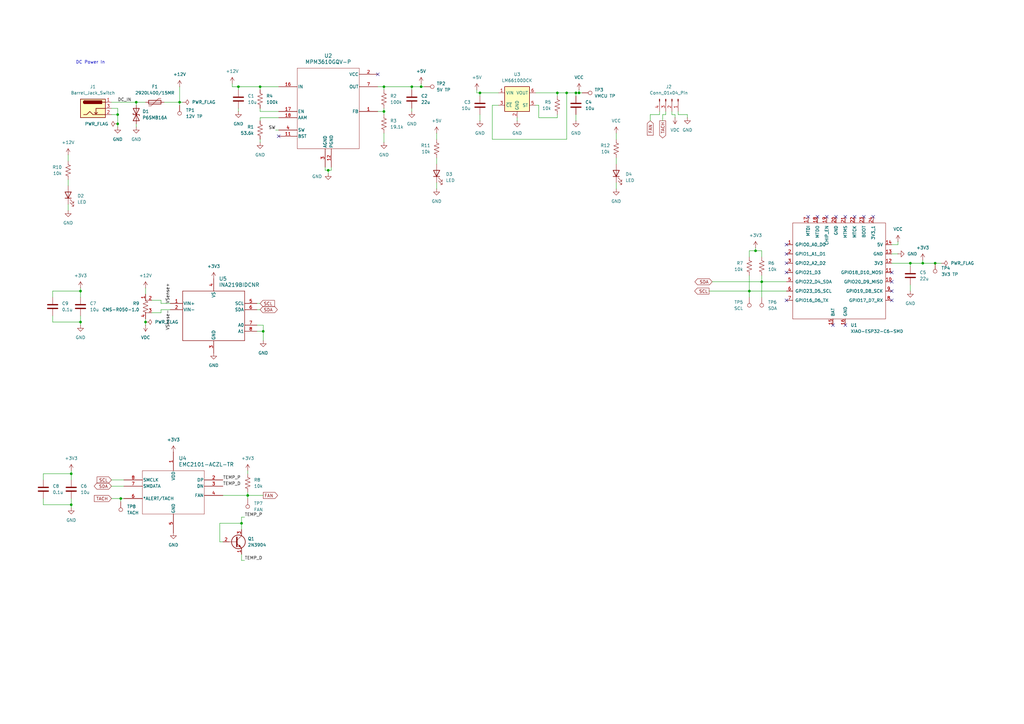
<source format=kicad_sch>
(kicad_sch (version 20250114) (generator "eeschema") (generator_version "9.0")
  (paper "A3")
  (title_block (title "Aeolus Controller") (date "2025-11-30") (comment 1 "SPDX-License-Identifier: Apache-2.0 WITH SHL-2.1"))
  (lib_symbols
    (symbol "Connector:Barrel_Jack_Switch" (pin_names (hide yes))
      (property "Reference" "J" (at 0 5.334 0))
      (property "Value" "Barrel_Jack_Switch" (at 0 -5.08 0))
      (symbol "Barrel_Jack_Switch_1_1"
        (pin passive line (at 7.62 2.54 180) (length 2.54) (name "~") (number "1"))
        (pin passive line (at 7.62 0 180) (length 2.54) (name "~") (number "3"))
        (pin passive line (at 7.62 -2.54 180) (length 2.54) (name "~") (number "2"))
      )
    )
    (symbol "Connector:Conn_01x04_Pin" (pin_names (offset 1.016) (hide yes))
      (property "Reference" "J" (at 0 5.08 0))
      (property "Value" "Conn_01x04_Pin" (at 0 -7.62 0))
      (symbol "Conn_01x04_Pin_1_1"
        (pin passive line (at 5.08 2.54 180) (length 3.81) (name "Pin_1") (number "1"))
        (pin passive line (at 5.08 0 180) (length 3.81) (name "Pin_2") (number "2"))
        (pin passive line (at 5.08 -2.54 180) (length 3.81) (name "Pin_3") (number "3"))
        (pin passive line (at 5.08 -5.08 180) (length 3.81) (name "Pin_4") (number "4"))
      )
    )
    (symbol "Connector:TestPoint" (pin_numbers (hide yes)) (pin_names (offset 0.762) (hide yes))
      (property "Reference" "TP" (at 0 6.858 0))
      (property "Value" "TestPoint" (at 0 5.08 0))
      (symbol "TestPoint_1_1"
        (pin passive line (at 0 0 90) (length 2.54) (name "1") (number "1"))
      )
    )
    (symbol "Device:C" (pin_numbers (hide yes)) (pin_names (offset 0.254))
      (property "Reference" "C" (at 0.635 2.54 0))
      (property "Value" "C" (at 0.635 -2.54 0))
      (symbol "C_1_1"
        (pin passive line (at 0 3.81 270) (length 2.794) (name "~") (number "1"))
        (pin passive line (at 0 -3.81 90) (length 2.794) (name "~") (number "2"))
      )
    )
    (symbol "Device:D_TVS" (pin_numbers (hide yes)) (pin_names (offset 1.016) (hide yes))
      (property "Reference" "D" (at 0 2.54 0))
      (property "Value" "D_TVS" (at 0 -2.54 0))
      (symbol "D_TVS_1_1"
        (pin passive line (at -3.81 0 0) (length 2.54) (name "A1") (number "1"))
        (pin passive line (at 3.81 0 180) (length 2.54) (name "A2") (number "2"))
      )
    )
    (symbol "Device:LED" (pin_numbers (hide yes)) (pin_names (offset 1.016) (hide yes))
      (property "Reference" "D" (at 0 2.54 0))
      (property "Value" "LED" (at 0 -2.54 0))
      (symbol "LED_1_1"
        (pin passive line (at -3.81 0 0) (length 2.54) (name "K") (number "1"))
        (pin passive line (at 3.81 0 180) (length 2.54) (name "A") (number "2"))
      )
    )
    (symbol "Device:Polyfuse" (pin_numbers (hide yes)) (pin_names (offset 0))
      (property "Reference" "F" (at -2.54 0 90))
      (property "Value" "Polyfuse" (at 2.54 0 90))
      (symbol "Polyfuse_1_1"
        (pin passive line (at 0 3.81 270) (length 1.27) (name "~") (number "1"))
        (pin passive line (at 0 -3.81 90) (length 1.27) (name "~") (number "2"))
      )
    )
    (symbol "Device:R_Shunt_US" (pin_names (offset 0) (hide yes))
      (property "Reference" "R" (at -5.08 0 90))
      (property "Value" "R_Shunt_US" (at -3.048 0 90))
      (symbol "R_Shunt_US_1_1"
        (pin passive line (at 0 5.08 270) (length 2.54) (name "~") (number "1"))
        (pin passive line (at 0 -5.08 90) (length 2.54) (name "~") (number "4"))
        (pin passive line (at 2.54 2.54 180) (length 1.27) (name "~") (number "2"))
        (pin passive line (at 2.54 -2.54 180) (length 1.27) (name "~") (number "3"))
      )
    )
    (symbol "Device:R_US" (pin_numbers (hide yes)) (pin_names (offset 0))
      (property "Reference" "R" (at 2.54 0 90))
      (property "Value" "R_US" (at -2.54 0 90))
      (symbol "R_US_1_1"
        (pin passive line (at 0 3.81 270) (length 1.27) (name "~") (number "1"))
        (pin passive line (at 0 -3.81 90) (length 1.27) (name "~") (number "2"))
      )
    )
    (symbol "EMC2101-ACZL:EMC2101-ACZL-TR" (pin_names (offset 0.254))
      (property "Reference" "U" (at 22.606 8.89 0))
      (property "Value" "EMC2101-ACZL-TR" (at 32.766 5.842 0))
      (symbol "EMC2101-ACZL-TR_0_1"
        (pin bidirectional line (at 0 0 0) (length 7.62) (name "SMCLK") (number "8"))
        (pin bidirectional line (at 0 -2.54 0) (length 7.62) (name "SMDATA") (number "7"))
        (pin bidirectional line (at 0 -7.62 0) (length 7.62) (name "*ALERT/TACH") (number "6"))
        (pin power_in line (at 20.32 11.43 270) (length 7.62) (name "VDD") (number "1"))
        (pin power_in line (at 20.32 -21.59 90) (length 7.62) (name "GND") (number "5"))
        (pin input line (at 40.64 0 180) (length 7.62) (name "DP") (number "2"))
        (pin input line (at 40.64 -2.54 180) (length 7.62) (name "DN") (number "3"))
        (pin output line (at 40.64 -6.35 180) (length 7.62) (name "FAN") (number "4"))
      )
    )
    (symbol "INA219B:INA219BIDCNR" (pin_names (offset 0.254))
      (property "Reference" "U" (at 0 2.54 0))
      (property "Value" "INA219BIDCNR" (at 0 0 0))
      (symbol "INA219BIDCNR_0_1"
        (pin input line (at -17.78 5.08 0) (length 5.08) (name "VIN+") (number "1"))
        (pin input line (at -17.78 2.54 0) (length 5.08) (name "VIN-") (number "2"))
        (pin power_in line (at 0 15.24 270) (length 5.08) (name "VS") (number "4"))
        (pin power_in line (at 0 -15.24 90) (length 5.08) (name "GND") (number "3"))
        (pin bidirectional line (at 17.78 5.08 180) (length 5.08) (name "SCL") (number "5"))
        (pin bidirectional line (at 17.78 2.54 180) (length 5.08) (name "SDA") (number "6"))
        (pin input line (at 17.78 -3.81 180) (length 5.08) (name "A0") (number "7"))
        (pin input line (at 17.78 -6.35 180) (length 5.08) (name "A1") (number "8"))
      )
    )
    (symbol "MPM3610GQV-P:MPM3610GQV-P" (pin_names (offset 0.254))
      (property "Reference" "U" (at 20.32 10.16 0))
      (property "Value" "MPM3610GQV-P" (at 20.32 7.62 0))
      (symbol "MPM3610GQV-P_0_1"
        (pin power_in line (at 0 -2.54 0) (length 7.62) (name "IN") (number "16"))
        (pin output line (at 0 -20.32 0) (length 7.62) (name "SW") (number "4"))
        (pin output line (at 0 -20.32 0) (length 7.62) (hide yes) (name "SW") (number "5"))
        (pin output line (at 0 -20.32 0) (length 7.62) (hide yes) (name "SW") (number "6"))
        (pin power_in line (at 40.64 2.54 180) (length 7.62) (name "VCC") (number "2"))
        (pin power_out line (at 40.64 -2.54 180) (length 7.62) (name "OUT") (number "7"))
        (pin power_out line (at 40.64 -2.54 180) (length 7.62) (hide yes) (name "OUT") (number "8"))
        (pin power_out line (at 40.64 -2.54 180) (length 7.62) (hide yes) (name "OUT") (number "9"))
        (pin no_connect line (at 40.64 -16.51 180) (length 7.62) (hide yes) (name "NC") (number "10"))
        (pin no_connect line (at 40.64 -19.05 180) (length 7.62) (hide yes) (name "NC") (number "15"))
        (pin no_connect line (at 40.64 -21.59 180) (length 7.62) (hide yes) (name "NC") (number "19"))
        (pin no_connect line (at 40.64 -24.13 180) (length 7.62) (hide yes) (name "NC") (number "20"))
      )
      (symbol "MPM3610GQV-P_1_1"
        (pin input line (at 0 -12.7 0) (length 7.62) (name "EN") (number "17"))
        (pin passive line (at 0 -15.24 0) (length 7.62) (name "AAM") (number "18"))
        (pin passive line (at 0 -22.86 0) (length 7.62) (name "BST") (number "11"))
        (pin power_in line (at 19.05 -35.56 90) (length 7.62) (name "AGND") (number "3"))
        (pin power_in line (at 21.59 -35.56 90) (length 7.62) (name "PGND") (number "12"))
        (pin power_in line (at 21.59 -35.56 90) (length 7.62) (hide yes) (name "PGND") (number "13"))
        (pin power_in line (at 21.59 -35.56 90) (length 7.62) (hide yes) (name "PGND") (number "14"))
        (pin input line (at 40.64 -12.7 180) (length 7.62) (name "FB") (number "1"))
      )
    )
    (symbol "OPL_Kicad_Library:XIAO-ESP32-C6-SMD" (pin_names (offset 1.016))
      (property "Reference" "U" (at -18.542 23.114 0))
      (property "Value" "XIAO-ESP32-S3-SMD" (at -8.382 21.336 0))
      (symbol "XIAO-ESP32-C6-SMD_1_1"
        (pin passive line (at -21.59 11.43 0) (length 2.54) (name "GPIO0_A0_D0") (number "1"))
        (pin passive line (at -21.59 7.62 0) (length 2.54) (name "GPIO1_A1_D1") (number "2"))
        (pin passive line (at -21.59 3.81 0) (length 2.54) (name "GPIO2_A2_D2") (number "3"))
        (pin passive line (at -21.59 0 0) (length 2.54) (name "GPIO21_D3") (number "4"))
        (pin passive line (at -21.59 -3.81 0) (length 2.54) (name "GPIO22_D4_SDA") (number "5"))
        (pin passive line (at -21.59 -7.62 0) (length 2.54) (name "GPIO23_D5_SCL") (number "6"))
        (pin passive line (at -21.59 -11.43 0) (length 2.54) (name "GPIO16_D6_TX") (number "7"))
        (pin passive line (at -12.7 22.86 270) (length 2.54) (name "MTDI") (number "17"))
        (pin passive line (at -8.89 22.86 270) (length 2.54) (name "MTDO") (number "18"))
        (pin passive line (at -5.08 22.86 270) (length 2.54) (name "CHIP_EN") (number "19"))
        (pin passive line (at -2.54 -21.59 90) (length 2.54) (name "BAT") (number "15"))
        (pin passive line (at -1.27 22.86 270) (length 2.54) (name "GND") (number "20"))
        (pin passive line (at 2.54 22.86 270) (length 2.54) (name "MTMS") (number "21"))
        (pin passive line (at 2.54 -21.59 90) (length 2.54) (name "GND") (number "16"))
        (pin passive line (at 6.35 22.86 270) (length 2.54) (name "MTCK") (number "22"))
        (pin passive line (at 10.16 22.86 270) (length 2.54) (name "BOOT") (number "23"))
        (pin passive line (at 13.97 22.86 270) (length 2.54) (name "3V3_1") (number "24"))
        (pin passive line (at 21.59 11.43 180) (length 2.54) (name "5V") (number "14"))
        (pin passive line (at 21.59 7.62 180) (length 2.54) (name "GND") (number "13"))
        (pin passive line (at 21.59 3.81 180) (length 2.54) (name "3V3") (number "12"))
        (pin passive line (at 21.59 0 180) (length 2.54) (name "GPIO18_D10_MOSI") (number "11"))
        (pin passive line (at 21.59 -3.81 180) (length 2.54) (name "GPIO20_D9_MISO") (number "10"))
        (pin passive line (at 21.59 -7.62 180) (length 2.54) (name "GPIO19_D8_SCK") (number "9"))
        (pin passive line (at 21.59 -11.43 180) (length 2.54) (name "GPIO17_D7_RX") (number "8"))
      )
    )
    (symbol "Power_Management:LM66100DCK"
      (property "Reference" "U" (at -5.08 6.096 0))
      (property "Value" "LM66100DCK" (at 0.254 -6.35 0))
      (symbol "LM66100DCK_1_1"
        (pin power_in line (at -7.62 2.54 0) (length 2.54) (name "VIN") (number "1"))
        (pin input line (at -7.62 -2.54 0) (length 2.54) (name "~{CE}") (number "3"))
        (pin no_connect line (at 0 5.08 270) (length 2.54) (hide yes) (name "NC") (number "4"))
        (pin power_in line (at 0 -7.62 90) (length 2.54) (name "GND") (number "2"))
        (pin power_out line (at 7.62 2.54 180) (length 2.54) (name "VOUT") (number "6"))
        (pin open_collector line (at 7.62 -2.54 180) (length 2.54) (name "ST") (number "5"))
      )
    )
    (symbol "Transistor_BJT:2N3904" (pin_names (offset 0) (hide yes))
      (property "Reference" "Q" (at 5.08 1.905 0))
      (property "Value" "2N3904" (at 5.08 0 0))
      (symbol "2N3904_1_1"
        (pin input line (at -5.08 0 0) (length 2.54) (name "B") (number "2"))
        (pin passive line (at 2.54 5.08 270) (length 2.54) (name "C") (number "3"))
        (pin passive line (at 2.54 -5.08 90) (length 2.54) (name "E") (number "1"))
      )
    )
    (symbol "power:+12V" (power) (pin_numbers (hide yes)) (pin_names (offset 0) (hide yes))
      (property "Value" "+12V" (at 0 3.556 0))
      (symbol "+12V_1_1"
        (pin power_in line (at 0 0 90) (length 0) (name "~") (number "1"))
      )
    )
    (symbol "power:+3V3" (power) (pin_numbers (hide yes)) (pin_names (offset 0) (hide yes))
      (property "Value" "+3V3" (at 0 3.556 0))
      (symbol "+3V3_1_1"
        (pin power_in line (at 0 0 90) (length 0) (name "~") (number "1"))
      )
    )
    (symbol "power:+5V" (power) (pin_numbers (hide yes)) (pin_names (offset 0) (hide yes))
      (property "Value" "+5V" (at 0 3.556 0))
      (symbol "+5V_1_1"
        (pin power_in line (at 0 0 90) (length 0) (name "~") (number "1"))
      )
    )
    (symbol "power:GND" (power) (pin_numbers (hide yes)) (pin_names (offset 0) (hide yes))
      (property "Value" "GND" (at 0 -3.81 0))
      (symbol "GND_1_1"
        (pin power_in line (at 0 0 270) (length 0) (name "~") (number "1"))
      )
    )
    (symbol "power:PWR_FLAG" (power) (pin_numbers (hide yes)) (pin_names (offset 0) (hide yes))
      (property "Value" "PWR_FLAG" (at 0 3.81 0))
      (symbol "PWR_FLAG_0_0"
        (pin power_out line (at 0 0 90) (length 0) (name "~") (number "1"))
      )
    )
    (symbol "power:VCC" (power) (pin_numbers (hide yes)) (pin_names (offset 0) (hide yes))
      (property "Value" "VCC" (at 0 3.556 0))
      (symbol "VCC_1_1"
        (pin power_in line (at 0 0 90) (length 0) (name "~") (number "1"))
      )
    )
    (symbol "power:VDC" (power) (pin_numbers (hide yes)) (pin_names (offset 0) (hide yes))
      (property "Value" "VDC" (at 0 3.556 0))
      (symbol "VDC_1_1"
        (pin power_in line (at 0 0 90) (length 0) (name "~") (number "1"))
      )
    )
  )
  (text "DC Power In" (at 37.084 25.654 0) (effects (font (size 1.27 1.27))))
  (junction (at 236.22 38.1))
  (junction (at 107.95 135.89))
  (junction (at 228.6 38.1))
  (junction (at 196.85 38.1))
  (junction (at 49.53 204.47))
  (junction (at 134.62 69.85))
  (junction (at 48.26 46.99))
  (junction (at 73.66 41.91))
  (junction (at 97.79 35.56))
  (junction (at 312.42 115.57))
  (junction (at 33.02 119.38))
  (junction (at 172.72 35.56))
  (junction (at 59.69 132.08))
  (junction (at 157.48 45.72))
  (junction (at 373.38 107.95))
  (junction (at 101.6 203.2))
  (junction (at 232.41 38.1))
  (junction (at 106.68 35.56))
  (junction (at 307.34 119.38))
  (junction (at 33.02 132.08))
  (junction (at 29.21 194.31))
  (junction (at 378.46 107.95))
  (junction (at 29.21 207.01))
  (junction (at 168.91 35.56))
  (junction (at 55.88 41.91))
  (junction (at 99.06 214.63))
  (junction (at 237.49 38.1))
  (junction (at 309.88 102.87))
  (junction (at 157.48 35.56))
  (junction (at 383.54 107.95))
  (junction (at 48.26 50.8))
  (no_connect (at 339.09 88.9))
  (no_connect (at 346.71 88.9))
  (no_connect (at 365.76 111.76))
  (no_connect (at 322.58 100.33))
  (no_connect (at 335.28 88.9))
  (no_connect (at 322.58 123.19))
  (no_connect (at 354.33 88.9))
  (no_connect (at 322.58 107.95))
  (no_connect (at 114.3 55.88))
  (no_connect (at 341.63 133.35))
  (no_connect (at 331.47 88.9))
  (no_connect (at 322.58 111.76))
  (no_connect (at 154.94 30.48))
  (no_connect (at 322.58 104.14))
  (no_connect (at 365.76 115.57))
  (no_connect (at 346.71 133.35))
  (no_connect (at 342.9 88.9))
  (no_connect (at 365.76 119.38))
  (no_connect (at 365.76 123.19))
  (no_connect (at 350.52 88.9))
  (no_connect (at 358.14 88.9))
  (wire (pts (xy 228.6 38.1) (xy 232.41 38.1)))
  (wire (pts (xy 114.3 45.72) (xy 106.68 45.72)))
  (wire (pts (xy 107.95 133.35) (xy 107.95 135.89)))
  (wire (pts (xy 281.94 46.99) (xy 278.13 46.99)))
  (wire (pts (xy 196.85 46.99) (xy 196.85 49.53)))
  (wire (pts (xy 157.48 35.56) (xy 168.91 35.56)))
  (wire (pts (xy 99.06 227.33) (xy 99.06 229.87)))
  (wire (pts (xy 21.59 119.38) (xy 33.02 119.38)))
  (wire (pts (xy 17.78 194.31) (xy 29.21 194.31)))
  (wire (pts (xy 237.49 36.83) (xy 237.49 38.1)))
  (wire (pts (xy 220.98 43.18) (xy 220.98 48.26)))
  (wire (pts (xy 365.76 104.14) (xy 368.3 104.14)))
  (wire (pts (xy 275.59 46.99) (xy 275.59 45.72)))
  (wire (pts (xy 97.79 35.56) (xy 95.25 35.56)))
  (wire (pts (xy 134.62 69.85) (xy 134.62 71.12)))
  (wire (pts (xy 201.93 43.18) (xy 201.93 57.15)))
  (wire (pts (xy 219.71 43.18) (xy 220.98 43.18)))
  (wire (pts (xy 105.41 133.35) (xy 107.95 133.35)))
  (wire (pts (xy 312.42 113.03) (xy 312.42 115.57)))
  (wire (pts (xy 383.54 107.95) (xy 386.08 107.95)))
  (wire (pts (xy 27.94 73.66) (xy 27.94 76.2)))
  (wire (pts (xy 157.48 35.56) (xy 157.48 36.83)))
  (wire (pts (xy 106.68 48.26) (xy 106.68 49.53)))
  (wire (pts (xy 29.21 208.28) (xy 29.21 207.01)))
  (wire (pts (xy 228.6 46.99) (xy 228.6 48.26)))
  (wire (pts (xy 113.03 53.34) (xy 114.3 53.34)))
  (wire (pts (xy 27.94 63.5) (xy 27.94 66.04)))
  (wire (pts (xy 33.02 118.11) (xy 33.02 119.38)))
  (wire (pts (xy 312.42 102.87) (xy 309.88 102.87)))
  (wire (pts (xy 55.88 41.91) (xy 59.69 41.91)))
  (wire (pts (xy 236.22 46.99) (xy 236.22 49.53)))
  (wire (pts (xy 276.86 46.99) (xy 275.59 46.99)))
  (wire (pts (xy 236.22 38.1) (xy 236.22 39.37)))
  (wire (pts (xy 106.68 35.56) (xy 114.3 35.56)))
  (wire (pts (xy 365.76 100.33) (xy 368.3 100.33)))
  (wire (pts (xy 236.22 38.1) (xy 237.49 38.1)))
  (wire (pts (xy 90.17 222.25) (xy 91.44 222.25)))
  (wire (pts (xy 66.04 128.27) (xy 62.23 128.27)))
  (wire (pts (xy 90.17 214.63) (xy 90.17 222.25)))
  (wire (pts (xy 45.72 44.45) (xy 48.26 44.45)))
  (wire (pts (xy 33.02 133.35) (xy 33.02 132.08)))
  (wire (pts (xy 99.06 212.09) (xy 99.06 214.63)))
  (wire (pts (xy 107.95 135.89) (xy 107.95 139.7)))
  (wire (pts (xy 196.85 38.1) (xy 195.58 38.1)))
  (wire (pts (xy 168.91 35.56) (xy 172.72 35.56)))
  (wire (pts (xy 66.04 128.27) (xy 66.04 127)))
  (wire (pts (xy 290.83 119.38) (xy 307.34 119.38)))
  (wire (pts (xy 312.42 115.57) (xy 322.58 115.57)))
  (wire (pts (xy 220.98 48.26) (xy 228.6 48.26)))
  (wire (pts (xy 157.48 45.72) (xy 157.48 46.99)))
  (wire (pts (xy 55.88 41.91) (xy 55.88 43.18)))
  (wire (pts (xy 228.6 38.1) (xy 228.6 39.37)))
  (wire (pts (xy 17.78 204.47) (xy 17.78 207.01)))
  (wire (pts (xy 157.48 54.61) (xy 157.48 58.42)))
  (wire (pts (xy 99.06 229.87) (xy 100.33 229.87)))
  (wire (pts (xy 373.38 116.84) (xy 373.38 119.38)))
  (wire (pts (xy 232.41 38.1) (xy 236.22 38.1)))
  (wire (pts (xy 276.86 46.99) (xy 276.86 48.26)))
  (wire (pts (xy 105.41 135.89) (xy 107.95 135.89)))
  (wire (pts (xy 157.48 44.45) (xy 157.48 45.72)))
  (wire (pts (xy 73.66 41.91) (xy 73.66 43.18)))
  (wire (pts (xy 106.68 35.56) (xy 106.68 36.83)))
  (wire (pts (xy 105.41 127) (xy 106.68 127)))
  (wire (pts (xy 196.85 38.1) (xy 204.47 38.1)))
  (wire (pts (xy 273.05 45.72) (xy 273.05 46.99)))
  (wire (pts (xy 97.79 35.56) (xy 97.79 36.83)))
  (wire (pts (xy 49.53 204.47) (xy 50.8 204.47)))
  (wire (pts (xy 201.93 43.18) (xy 204.47 43.18)))
  (wire (pts (xy 365.76 107.95) (xy 373.38 107.95)))
  (wire (pts (xy 278.13 46.99) (xy 278.13 45.72)))
  (wire (pts (xy 73.66 41.91) (xy 74.93 41.91)))
  (wire (pts (xy 309.88 102.87) (xy 307.34 102.87)))
  (wire (pts (xy 212.09 48.26) (xy 212.09 49.53)))
  (wire (pts (xy 172.72 35.56) (xy 173.99 35.56)))
  (wire (pts (xy 281.94 46.99) (xy 281.94 48.26)))
  (wire (pts (xy 219.71 38.1) (xy 228.6 38.1)))
  (wire (pts (xy 59.69 132.08) (xy 59.69 133.35)))
  (wire (pts (xy 99.06 212.09) (xy 100.33 212.09)))
  (wire (pts (xy 33.02 129.54) (xy 33.02 132.08)))
  (wire (pts (xy 105.41 124.46) (xy 106.68 124.46)))
  (wire (pts (xy 29.21 204.47) (xy 29.21 207.01)))
  (wire (pts (xy 45.72 46.99) (xy 48.26 46.99)))
  (wire (pts (xy 179.07 54.61) (xy 179.07 57.15)))
  (wire (pts (xy 179.07 74.93) (xy 179.07 77.47)))
  (wire (pts (xy 195.58 36.83) (xy 195.58 38.1)))
  (wire (pts (xy 270.51 46.99) (xy 266.7 46.99)))
  (wire (pts (xy 133.35 68.58) (xy 133.35 69.85)))
  (wire (pts (xy 252.73 74.93) (xy 252.73 77.47)))
  (wire (pts (xy 373.38 107.95) (xy 378.46 107.95)))
  (wire (pts (xy 17.78 207.01) (xy 29.21 207.01)))
  (wire (pts (xy 273.05 46.99) (xy 271.78 46.99)))
  (wire (pts (xy 17.78 194.31) (xy 17.78 196.85)))
  (wire (pts (xy 135.89 68.58) (xy 135.89 69.85)))
  (wire (pts (xy 67.31 41.91) (xy 73.66 41.91)))
  (wire (pts (xy 66.04 124.46) (xy 66.04 123.19)))
  (wire (pts (xy 114.3 48.26) (xy 106.68 48.26)))
  (wire (pts (xy 69.85 124.46) (xy 66.04 124.46)))
  (wire (pts (xy 29.21 193.04) (xy 29.21 194.31)))
  (wire (pts (xy 101.6 203.2) (xy 107.95 203.2)))
  (wire (pts (xy 312.42 115.57) (xy 312.42 121.92)))
  (wire (pts (xy 45.72 199.39) (xy 50.8 199.39)))
  (wire (pts (xy 252.73 64.77) (xy 252.73 67.31)))
  (wire (pts (xy 95.25 34.29) (xy 95.25 35.56)))
  (wire (pts (xy 270.51 45.72) (xy 270.51 46.99)))
  (wire (pts (xy 59.69 118.11) (xy 59.69 120.65)))
  (wire (pts (xy 27.94 83.82) (xy 27.94 86.36)))
  (wire (pts (xy 237.49 38.1) (xy 238.76 38.1)))
  (wire (pts (xy 101.6 193.04) (xy 101.6 194.31)))
  (wire (pts (xy 307.34 119.38) (xy 322.58 119.38)))
  (wire (pts (xy 97.79 35.56) (xy 106.68 35.56)))
  (wire (pts (xy 59.69 130.81) (xy 59.69 132.08)))
  (wire (pts (xy 91.44 203.2) (xy 101.6 203.2)))
  (wire (pts (xy 33.02 119.38) (xy 33.02 121.92)))
  (wire (pts (xy 154.94 35.56) (xy 157.48 35.56)))
  (wire (pts (xy 99.06 214.63) (xy 90.17 214.63)))
  (wire (pts (xy 307.34 113.03) (xy 307.34 119.38)))
  (wire (pts (xy 29.21 194.31) (xy 29.21 196.85)))
  (wire (pts (xy 133.35 69.85) (xy 134.62 69.85)))
  (wire (pts (xy 168.91 35.56) (xy 168.91 36.83)))
  (wire (pts (xy 48.26 46.99) (xy 48.26 50.8)))
  (wire (pts (xy 378.46 106.68) (xy 378.46 107.95)))
  (wire (pts (xy 69.85 127) (xy 66.04 127)))
  (wire (pts (xy 45.72 41.91) (xy 55.88 41.91)))
  (wire (pts (xy 309.88 101.6) (xy 309.88 102.87)))
  (wire (pts (xy 378.46 107.95) (xy 383.54 107.95)))
  (wire (pts (xy 99.06 214.63) (xy 99.06 217.17)))
  (wire (pts (xy 101.6 201.93) (xy 101.6 203.2)))
  (wire (pts (xy 66.04 123.19) (xy 62.23 123.19)))
  (wire (pts (xy 48.26 44.45) (xy 48.26 46.99)))
  (wire (pts (xy 154.94 45.72) (xy 157.48 45.72)))
  (wire (pts (xy 21.59 121.92) (xy 21.59 119.38)))
  (wire (pts (xy 21.59 132.08) (xy 33.02 132.08)))
  (wire (pts (xy 266.7 46.99) (xy 266.7 49.53)))
  (wire (pts (xy 134.62 69.85) (xy 135.89 69.85)))
  (wire (pts (xy 232.41 57.15) (xy 232.41 38.1)))
  (wire (pts (xy 271.78 46.99) (xy 271.78 49.53)))
  (wire (pts (xy 106.68 57.15) (xy 106.68 58.42)))
  (wire (pts (xy 168.91 44.45) (xy 168.91 45.72)))
  (wire (pts (xy 21.59 129.54) (xy 21.59 132.08)))
  (wire (pts (xy 201.93 57.15) (xy 232.41 57.15)))
  (wire (pts (xy 49.53 204.47) (xy 49.53 205.74)))
  (wire (pts (xy 307.34 102.87) (xy 307.34 105.41)))
  (wire (pts (xy 196.85 38.1) (xy 196.85 39.37)))
  (wire (pts (xy 106.68 44.45) (xy 106.68 45.72)))
  (wire (pts (xy 292.1 115.57) (xy 312.42 115.57)))
  (wire (pts (xy 172.72 34.29) (xy 172.72 35.56)))
  (wire (pts (xy 373.38 107.95) (xy 373.38 109.22)))
  (wire (pts (xy 97.79 44.45) (xy 97.79 45.72)))
  (wire (pts (xy 55.88 50.8) (xy 55.88 52.07)))
  (wire (pts (xy 252.73 54.61) (xy 252.73 57.15)))
  (wire (pts (xy 179.07 64.77) (xy 179.07 67.31)))
  (wire (pts (xy 48.26 50.8) (xy 48.26 52.07)))
  (wire (pts (xy 101.6 203.2) (xy 101.6 204.47)))
  (wire (pts (xy 73.66 35.56) (xy 73.66 41.91)))
  (wire (pts (xy 45.72 196.85) (xy 50.8 196.85)))
  (wire (pts (xy 312.42 105.41) (xy 312.42 102.87)))
  (wire (pts (xy 45.72 204.47) (xy 49.53 204.47)))
  (wire (pts (xy 368.3 100.33) (xy 368.3 99.06)))
  (wire (pts (xy 307.34 119.38) (xy 307.34 121.92)))
  (label "TEMP_D" (at 91.44 199.39 0))
  (label "TEMP_P" (at 91.44 196.85 0))
  (label "SW" (at 113.03 53.34 180))
  (label "DC_IN" (at 48.26 41.91 0))
  (label "VSense-" (at 69.85 127 270))
  (label "TEMP_P" (at 100.33 212.09 0))
  (label "TEMP_D" (at 100.33 229.87 0))
  (label "VSense+" (at 69.85 124.46 90))
  (global_label "SDA" (shape bidirectional) (at 292.1 115.57 180) (property "Intersheetrefs" "${INTERSHEET_REFS}" (effects (hide yes))))
  (global_label "FAN" (shape output) (at 107.95 203.2 0) (property "Intersheetrefs" "${INTERSHEET_REFS}" (effects (hide yes))))
  (global_label "SDA" (shape bidirectional) (at 106.68 127 0) (property "Intersheetrefs" "${INTERSHEET_REFS}" (effects (hide yes))))
  (global_label "SCL" (shape input) (at 45.72 196.85 180) (property "Intersheetrefs" "${INTERSHEET_REFS}" (effects (hide yes))))
  (global_label "FAN" (shape input) (at 266.7 49.53 270) (property "Intersheetrefs" "${INTERSHEET_REFS}" (effects (hide yes))))
  (global_label "SDA" (shape bidirectional) (at 45.72 199.39 180) (property "Intersheetrefs" "${INTERSHEET_REFS}" (effects (hide yes))))
  (global_label "SCL" (shape output) (at 290.83 119.38 180) (property "Intersheetrefs" "${INTERSHEET_REFS}" (effects (hide yes))))
  (global_label "SCL" (shape input) (at 106.68 124.46 0) (property "Intersheetrefs" "${INTERSHEET_REFS}" (effects (hide yes))))
  (global_label "TACH" (shape output) (at 271.78 49.53 270) (property "Intersheetrefs" "${INTERSHEET_REFS}" (effects (hide yes))))
  (global_label "TACH" (shape input) (at 45.72 204.47 180) (property "Intersheetrefs" "${INTERSHEET_REFS}" (effects (hide yes))))
  (symbol (lib_id "power:VCC") (at 237.49 36.83 0) (unit 1)
    (property "Reference" "#PWR014" (effects (hide yes)))
    (property "Value" "VCC" (at 237.49 31.75 0))
    (property "Description" "Power symbol creates a global label with name \"VCC\"" (effects (hide yes)))
  )
  (symbol (lib_id "Device:R_US") (at 27.94 69.85 0) (unit 1)
    (property "Reference" "R10" (at 25.4 68.5799 0) (effects (justify right)))
    (property "Value" "10k" (at 25.4 71.1199 0) (effects (justify right)))
    (property "Footprint" "Resistor_SMD:R_0805_2012Metric" (effects (hide yes)))
    (property "Description" "Resistor, US symbol" (effects (hide yes)))
  )
  (symbol (lib_id "power:+3V3") (at 87.63 114.3 0) (unit 1)
    (property "Reference" "#PWR032" (effects (hide yes)))
    (property "Value" "+3V3" (at 87.63 109.22 0))
    (property "Description" "Power symbol creates a global label with name \"+3V3\"" (effects (hide yes)))
  )
  (symbol (lib_id "Device:C") (at 196.85 43.18 0) (unit 1)
    (property "Reference" "C3" (at 193.04 41.9099 0) (effects (justify right)))
    (property "Value" "10u" (at 193.04 44.4499 0) (effects (justify right)))
    (property "Footprint" "Capacitor_SMD:C_0805_2012Metric" (effects (hide yes)))
    (property "Description" "Unpolarized capacitor" (effects (hide yes)))
  )
  (symbol (lib_id "Device:R_US") (at 307.34 109.22 0) (unit 1)
    (property "Reference" "R7" (at 304.8 107.9499 0) (effects (justify right)))
    (property "Value" "10k" (at 304.8 110.4899 0) (effects (justify right)))
    (property "Footprint" "Resistor_SMD:R_0805_2012Metric" (effects (hide yes)))
    (property "Description" "Resistor, US symbol" (effects (hide yes)))
  )
  (symbol (lib_id "Device:C") (at 168.91 40.64 0) (unit 1)
    (property "Reference" "C2" (at 172.72 39.3699 0) (effects (justify left)))
    (property "Value" "22u" (at 172.72 41.9099 0) (effects (justify left)))
    (property "Footprint" "Capacitor_SMD:C_0805_2012Metric" (effects (hide yes)))
    (property "Description" "Unpolarized capacitor" (effects (hide yes)))
  )
  (symbol (lib_id "power:GND") (at 71.12 218.44 0) (unit 1)
    (property "Reference" "#PWR022" (effects (hide yes)))
    (property "Value" "GND" (at 71.12 223.52 0))
    (property "Description" "Power symbol creates a global label with name \"GND\" , ground" (effects (hide yes)))
  )
  (symbol (lib_id "Device:R_US") (at 228.6 43.18 0) (unit 1)
    (property "Reference" "R5" (at 226.06 41.9099 0) (effects (justify right)))
    (property "Value" "10k" (at 226.06 44.4499 0) (effects (justify right)))
    (property "Footprint" "Resistor_SMD:R_0805_2012Metric" (effects (hide yes)))
    (property "Description" "Resistor, US symbol" (effects (hide yes)))
  )
  (symbol (lib_id "Connector:TestPoint") (at 49.53 205.74 180) (unit 1)
    (property "Reference" "TP8" (at 52.07 207.7719 0) (effects (justify right)))
    (property "Value" "TACH" (at 52.07 210.3119 0) (effects (justify right)))
    (property "Footprint" "TestPoint:TestPoint_Pad_D2.0mm" (effects (hide yes)))
    (property "Description" "test point" (effects (hide yes)))
  )
  (symbol (lib_id "power:GND") (at 55.88 52.07 0) (unit 1)
    (property "Reference" "#PWR027" (effects (hide yes)))
    (property "Value" "GND" (at 55.88 57.15 0))
    (property "Description" "Power symbol creates a global label with name \"GND\" , ground" (effects (hide yes)))
  )
  (symbol (lib_id "power:GND") (at 168.91 45.72 0) (unit 1)
    (property "Reference" "#PWR06" (effects (hide yes)))
    (property "Value" "GND" (at 168.91 50.8 0))
    (property "Description" "Power symbol creates a global label with name \"GND\" , ground" (effects (hide yes)))
  )
  (symbol (lib_id "Transistor_BJT:2N3904") (at 96.52 222.25 0) (unit 1)
    (property "Reference" "Q1" (at 101.6 220.9799 0) (effects (justify left)))
    (property "Value" "2N3904" (at 101.6 223.5199 0) (effects (justify left)))
    (property "Footprint" "Package_TO_SOT_THT:TO-92_Inline" (effects (hide yes)))
    (property "Datasheet" "https://www.onsemi.com/pub/Collateral/2N3903-D.PDF" (effects (hide yes)))
    (property "Description" "0.2A Ic, 40V Vce, Small Signal NPN Transistor, TO-92" (effects (hide yes)))
  )
  (symbol (lib_id "power:GND") (at 29.21 208.28 0) (unit 1)
    (property "Reference" "#PWR023" (effects (hide yes)))
    (property "Value" "GND" (at 29.21 213.36 0))
    (property "Description" "Power symbol creates a global label with name \"GND\" , ground" (effects (hide yes)))
  )
  (symbol (lib_id "Device:LED") (at 27.94 80.01 90) (unit 1)
    (property "Reference" "D2" (at 31.75 80.3274 90) (effects (justify right)))
    (property "Value" "LED" (at 31.75 82.8674 90) (effects (justify right)))
    (property "Footprint" "LED_SMD:LED_1206_3216Metric" (effects (hide yes)))
    (property "Description" "Light emitting diode" (effects (hide yes)))
    (property "Sim.Pins" "1=K 2=A" (effects (hide yes)))
  )
  (symbol (lib_id "Device:R_US") (at 252.73 60.96 0) (unit 1)
    (property "Reference" "R12" (at 250.19 59.6899 0) (effects (justify right)))
    (property "Value" "10k" (at 250.19 62.2299 0) (effects (justify right)))
    (property "Footprint" "Resistor_SMD:R_0805_2012Metric" (effects (hide yes)))
    (property "Description" "Resistor, US symbol" (effects (hide yes)))
  )
  (symbol (lib_id "power:GND") (at 252.73 77.47 0) (unit 1)
    (property "Reference" "#PWR040" (effects (hide yes)))
    (property "Value" "GND" (at 252.73 82.55 0))
    (property "Description" "Power symbol creates a global label with name \"GND\" , ground" (effects (hide yes)))
  )
  (symbol (lib_id "power:+5V") (at 195.58 36.83 0) (unit 1)
    (property "Reference" "#PWR011" (effects (hide yes)))
    (property "Value" "+5V" (at 195.58 31.75 0))
    (property "Description" "Power symbol creates a global label with name \"+5V\"" (effects (hide yes)))
  )
  (symbol (lib_id "power:+3V3") (at 33.02 118.11 0) (unit 1)
    (property "Reference" "#PWR030" (effects (hide yes)))
    (property "Value" "+3V3" (at 33.02 113.03 0))
    (property "Description" "Power symbol creates a global label with name \"+3V3\"" (effects (hide yes)))
  )
  (symbol (lib_id "Device:C") (at 29.21 200.66 0) (unit 1)
    (property "Reference" "C6" (at 33.02 199.3899 0) (effects (justify left)))
    (property "Value" "10u" (at 33.02 201.9299 0) (effects (justify left)))
    (property "Footprint" "Capacitor_SMD:C_0805_2012Metric" (effects (hide yes)))
    (property "Description" "Unpolarized capacitor" (effects (hide yes)))
  )
  (symbol (lib_id "power:+12V") (at 95.25 34.29 0) (unit 1)
    (property "Reference" "#PWR08" (effects (hide yes)))
    (property "Value" "+12V" (at 95.25 29.21 0))
    (property "Description" "Power symbol creates a global label with name \"+12V\"" (effects (hide yes)))
  )
  (symbol (lib_id "power:PWR_FLAG") (at 74.93 41.91 270) (unit 1)
    (property "Reference" "#FLG01" (effects (hide yes)))
    (property "Value" "PWR_FLAG" (at 78.74 41.9099 90) (effects (justify left)))
    (property "Description" "Special symbol for telling ERC where power comes from" (effects (hide yes)))
  )
  (symbol (lib_id "power:GND") (at 281.94 48.26 0) (unit 1)
    (property "Reference" "#PWR024" (effects (hide yes)))
    (property "Value" "GND" (at 281.94 53.34 0))
    (property "Description" "Power symbol creates a global label with name \"GND\" , ground" (effects (hide yes)))
  )
  (symbol (lib_id "OPL_Kicad_Library:XIAO-ESP32-C6-SMD") (at 344.17 111.76 0) (unit 1)
    (property "Reference" "U1" (at 348.8533 133.35 0) (effects (justify left)))
    (property "Value" "XIAO-ESP32-C6-SMD" (at 348.8533 135.89 0) (effects (justify left)))
    (property "Footprint" "OPL_Kicad_Library:XIAO-ESP32C6-SMD" (effects (hide yes)))
  )
  (symbol (lib_id "power:GND") (at 97.79 45.72 0) (unit 1)
    (property "Reference" "#PWR07" (effects (hide yes)))
    (property "Value" "GND" (at 97.79 50.8 0))
    (property "Description" "Power symbol creates a global label with name \"GND\" , ground" (effects (hide yes)))
  )
  (symbol (lib_id "power:+3V3") (at 378.46 106.68 0) (unit 1)
    (property "Reference" "#PWR017" (effects (hide yes)))
    (property "Value" "+3V3" (at 378.46 101.6 0))
    (property "Description" "Power symbol creates a global label with name \"+3V3\"" (effects (hide yes)))
  )
  (symbol (lib_id "power:GND") (at 373.38 119.38 0) (unit 1)
    (property "Reference" "#PWR018" (effects (hide yes)))
    (property "Value" "GND" (at 373.38 124.46 0))
    (property "Description" "Power symbol creates a global label with name \"GND\" , ground" (effects (hide yes)))
  )
  (symbol (lib_id "power:GND") (at 196.85 49.53 0) (unit 1)
    (property "Reference" "#PWR013" (effects (hide yes)))
    (property "Value" "GND" (at 196.85 54.61 0))
    (property "Description" "Power symbol creates a global label with name \"GND\" , ground" (effects (hide yes)))
  )
  (symbol (lib_id "Device:R_US") (at 157.48 40.64 0) (unit 1)
    (property "Reference" "R2" (at 160.02 39.3699 0) (effects (justify left)))
    (property "Value" "100k" (at 160.02 41.9099 0) (effects (justify left)))
    (property "Footprint" "Resistor_SMD:R_0805_2012Metric" (effects (hide yes)))
    (property "Description" "Resistor, US symbol" (effects (hide yes)))
  )
  (symbol (lib_id "Connector:TestPoint") (at 73.66 43.18 180) (unit 1)
    (property "Reference" "TP1" (at 76.2 45.2119 0) (effects (justify right)))
    (property "Value" "12V TP" (at 76.2 47.7519 0) (effects (justify right)))
    (property "Footprint" "TestPoint:TestPoint_Pad_D2.0mm" (effects (hide yes)))
    (property "Description" "test point" (effects (hide yes)))
  )
  (symbol (lib_id "power:GND") (at 106.68 58.42 0) (unit 1)
    (property "Reference" "#PWR03" (effects (hide yes)))
    (property "Value" "GND" (at 106.68 63.5 0))
    (property "Description" "Power symbol creates a global label with name \"GND\" , ground" (effects (hide yes)))
  )
  (symbol (lib_id "Device:LED") (at 179.07 71.12 90) (unit 1)
    (property "Reference" "D3" (at 182.88 71.4374 90) (effects (justify right)))
    (property "Value" "LED" (at 182.88 73.9774 90) (effects (justify right)))
    (property "Footprint" "LED_SMD:LED_1206_3216Metric" (effects (hide yes)))
    (property "Description" "Light emitting diode" (effects (hide yes)))
    (property "Sim.Pins" "1=K 2=A" (effects (hide yes)))
  )
  (symbol (lib_id "power:GND") (at 107.95 139.7 0) (unit 1)
    (property "Reference" "#PWR034" (effects (hide yes)))
    (property "Value" "GND" (at 107.95 144.78 0))
    (property "Description" "Power symbol creates a global label with name \"GND\" , ground" (effects (hide yes)))
  )
  (symbol (lib_id "power:VDC") (at 59.69 133.35 180) (unit 1)
    (property "Reference" "#PWR029" (effects (hide yes)))
    (property "Value" "VDC" (at 59.69 138.43 0))
    (property "Description" "Power symbol creates a global label with name \"VDC\"" (effects (hide yes)))
  )
  (symbol (lib_id "Device:R_US") (at 157.48 50.8 0) (unit 1)
    (property "Reference" "R3" (at 160.02 49.5299 0) (effects (justify left)))
    (property "Value" "19.1k" (at 160.02 52.0699 0) (effects (justify left)))
    (property "Footprint" "Resistor_SMD:R_0805_2012Metric" (effects (hide yes)))
    (property "Description" "Resistor, US symbol" (effects (hide yes)))
  )
  (symbol (lib_id "power:+3V3") (at 29.21 193.04 0) (unit 1)
    (property "Reference" "#PWR021" (effects (hide yes)))
    (property "Value" "+3V3" (at 29.21 187.96 0))
    (property "Description" "Power symbol creates a global label with name \"+3V3\"" (effects (hide yes)))
  )
  (symbol (lib_id "Device:C") (at 17.78 200.66 0) (unit 1)
    (property "Reference" "C8" (at 21.59 199.3899 0) (effects (justify left)))
    (property "Value" "0.1u" (at 21.59 201.9299 0) (effects (justify left)))
    (property "Footprint" "Capacitor_SMD:C_0805_2012Metric" (effects (hide yes)))
    (property "Description" "Unpolarized capacitor" (effects (hide yes)))
  )
  (symbol (lib_id "Device:R_US") (at 101.6 198.12 0) (unit 1)
    (property "Reference" "R8" (at 104.14 196.8499 0) (effects (justify left)))
    (property "Value" "10k" (at 104.14 199.3899 0) (effects (justify left)))
    (property "Footprint" "Resistor_SMD:R_0805_2012Metric" (effects (hide yes)))
    (property "Description" "Resistor, US symbol" (effects (hide yes)))
  )
  (symbol (lib_id "power:+5V") (at 179.07 54.61 0) (unit 1)
    (property "Reference" "#PWR037" (effects (hide yes)))
    (property "Value" "+5V" (at 179.07 49.53 0))
    (property "Description" "Power symbol creates a global label with name \"+5V\"" (effects (hide yes)))
  )
  (symbol (lib_id "power:PWR_FLAG") (at 386.08 107.95 270) (unit 1)
    (property "Reference" "#FLG03" (effects (hide yes)))
    (property "Value" "PWR_FLAG" (at 389.89 107.9499 90) (effects (justify left)))
    (property "Description" "Special symbol for telling ERC where power comes from" (effects (hide yes)))
  )
  (symbol (lib_id "Device:R_US") (at 312.42 109.22 0) (unit 1)
    (property "Reference" "R6" (at 314.96 107.9499 0) (effects (justify left)))
    (property "Value" "10k" (at 314.96 110.4899 0) (effects (justify left)))
    (property "Footprint" "Resistor_SMD:R_0805_2012Metric" (effects (hide yes)))
    (property "Description" "Resistor, US symbol" (effects (hide yes)))
  )
  (symbol (lib_id "MPM3610GQV-P:MPM3610GQV-P") (at 114.3 33.02 0) (unit 1)
    (property "Reference" "U2" (at 134.62 22.86 0) (effects (font (size 1.524 1.524))))
    (property "Value" "MPM3610GQV-P" (at 134.62 25.4 0) (effects (font (size 1.524 1.524))))
    (property "Footprint" "MPM3610GQV-P:QFN3p0x5p0x1p6_MPM3610_MNP" (effects (hide yes)))
    (property "Datasheet" "https://www.monolithicpower.com/en/documentview/productdocument/index/version/2/document_type/Datasheet/lang/en/sku/MPM3610GQV-Z" (effects (hide yes)))
  )
  (symbol (lib_id "power:GND") (at 236.22 49.53 0) (unit 1)
    (property "Reference" "#PWR012" (effects (hide yes)))
    (property "Value" "GND" (at 236.22 54.61 0))
    (property "Description" "Power symbol creates a global label with name \"GND\" , ground" (effects (hide yes)))
  )
  (symbol (lib_id "power:VCC") (at 368.3 99.06 0) (unit 1)
    (property "Reference" "#PWR015" (effects (hide yes)))
    (property "Value" "VCC" (at 368.3 93.98 0))
    (property "Description" "Power symbol creates a global label with name \"VCC\"" (effects (hide yes)))
  )
  (symbol (lib_id "power:GND") (at 157.48 58.42 0) (unit 1)
    (property "Reference" "#PWR05" (effects (hide yes)))
    (property "Value" "GND" (at 157.48 63.5 0))
    (property "Description" "Power symbol creates a global label with name \"GND\" , ground" (effects (hide yes)))
  )
  (symbol (lib_id "power:+12V") (at 73.66 35.56 0) (unit 1)
    (property "Reference" "#PWR01" (effects (hide yes)))
    (property "Value" "+12V" (at 73.66 30.48 0))
    (property "Description" "Power symbol creates a global label with name \"+12V\"" (effects (hide yes)))
  )
  (symbol (lib_id "Connector:Barrel_Jack_Switch") (at 38.1 44.45 0) (unit 1)
    (property "Reference" "J1" (at 38.1 35.56 0))
    (property "Value" "Barrel_Jack_Switch" (at 38.1 38.1 0))
    (property "Footprint" "Connector_BarrelJack:BarrelJack_Wuerth_6941xx301002" (effects (hide yes)))
    (property "Description" "DC Barrel Jack with an internal switch" (effects (hide yes)))
  )
  (symbol (lib_id "Device:R_US") (at 106.68 53.34 0) (unit 1)
    (property "Reference" "R1" (at 104.14 52.0699 0) (effects (justify right)))
    (property "Value" "53.6k" (at 104.14 54.6099 0) (effects (justify right)))
    (property "Footprint" "Resistor_SMD:R_0805_2012Metric" (effects (hide yes)))
    (property "Description" "Resistor, US symbol" (effects (hide yes)))
  )
  (symbol (lib_id "Device:Polyfuse") (at 63.5 41.91 90) (unit 1)
    (property "Reference" "F1" (at 63.5 35.56 90))
    (property "Value" "2920L400/15MR" (at 63.5 38.1 90))
    (property "Footprint" "Fuse:Fuse_2920_7451Metric" (effects (hide yes)))
    (property "Description" "Resettable fuse, polymeric positive temperature coefficient" (effects (hide yes)))
  )
  (symbol (lib_id "Device:LED") (at 252.73 71.12 90) (unit 1)
    (property "Reference" "D4" (at 256.54 71.4374 90) (effects (justify right)))
    (property "Value" "LED" (at 256.54 73.9774 90) (effects (justify right)))
    (property "Footprint" "LED_SMD:LED_1206_3216Metric" (effects (hide yes)))
    (property "Description" "Light emitting diode" (effects (hide yes)))
    (property "Sim.Pins" "1=K 2=A" (effects (hide yes)))
  )
  (symbol (lib_id "power:GND") (at 33.02 133.35 0) (unit 1)
    (property "Reference" "#PWR031" (effects (hide yes)))
    (property "Value" "GND" (at 33.02 138.43 0))
    (property "Description" "Power symbol creates a global label with name \"GND\" , ground" (effects (hide yes)))
  )
  (symbol (lib_id "Connector:Conn_01x04_Pin") (at 275.59 40.64 270) (unit 1)
    (property "Reference" "J2" (at 274.32 35.56 90))
    (property "Value" "Conn_01x04_Pin" (at 274.32 38.1 90))
    (property "Footprint" "Connector:FanPinHeader_1x04_P2.54mm_Vertical" (effects (hide yes)))
    (property "Description" "Generic connector, single row, 01x04, script generated" (effects (hide yes)))
  )
  (symbol (lib_id "Device:D_TVS") (at 55.88 46.99 90) (unit 1)
    (property "Reference" "D1" (at 58.42 45.7199 90) (effects (justify right)))
    (property "Value" "P6SMB16A" (at 58.42 48.2599 90) (effects (justify right)))
    (property "Footprint" "Diode_SMD:D_SMB" (effects (hide yes)))
    (property "Description" "Bidirectional transient-voltage-suppression diode" (effects (hide yes)))
  )
  (symbol (lib_id "Connector:TestPoint") (at 312.42 121.92 180) (unit 1)
    (property "Reference" "TP6" (at 314.96 123.9519 0) (effects (justify right)))
    (property "Value" "SDA" (at 314.96 126.4919 0) (effects (justify right)))
    (property "Footprint" "TestPoint:TestPoint_Pad_D2.0mm" (effects (hide yes)))
    (property "Description" "test point" (effects (hide yes)))
  )
  (symbol (lib_id "Device:C") (at 373.38 113.03 0) (unit 1)
    (property "Reference" "C5" (at 377.19 111.7599 0) (effects (justify left)))
    (property "Value" "22u" (at 377.19 114.2999 0) (effects (justify left)))
    (property "Footprint" "Capacitor_SMD:C_0805_2012Metric" (effects (hide yes)))
    (property "Description" "Unpolarized capacitor" (effects (hide yes)))
  )
  (symbol (lib_id "power:GND") (at 368.3 104.14 90) (unit 1)
    (property "Reference" "#PWR016" (effects (hide yes)))
    (property "Value" "GND" (at 372.11 104.1399 90) (effects (justify right)))
    (property "Description" "Power symbol creates a global label with name \"GND\" , ground" (effects (hide yes)))
  )
  (symbol (lib_id "Connector:TestPoint") (at 238.76 38.1 270) (unit 1)
    (property "Reference" "TP3" (at 243.84 36.8299 90) (effects (justify left)))
    (property "Value" "VMCU TP" (at 243.84 39.3699 90) (effects (justify left)))
    (property "Footprint" "TestPoint:TestPoint_Pad_D2.0mm" (effects (hide yes)))
    (property "Description" "test point" (effects (hide yes)))
  )
  (symbol (lib_id "power:GND") (at 212.09 49.53 0) (unit 1)
    (property "Reference" "#PWR010" (effects (hide yes)))
    (property "Value" "GND" (at 212.09 54.61 0))
    (property "Description" "Power symbol creates a global label with name \"GND\" , ground" (effects (hide yes)))
  )
  (symbol (lib_id "power:GND") (at 134.62 71.12 0) (unit 1)
    (property "Reference" "#PWR04" (effects (hide yes)))
    (property "Value" "GND" (at 132.08 72.3899 0) (effects (justify right)))
    (property "Description" "Power symbol creates a global label with name \"GND\" , ground" (effects (hide yes)))
  )
  (symbol (lib_id "Power_Management:LM66100DCK") (at 212.09 40.64 0) (unit 1)
    (property "Reference" "U3" (at 212.09 30.48 0))
    (property "Value" "LM66100DCK" (at 212.09 33.02 0))
    (property "Footprint" "Package_TO_SOT_SMD:SOT-363_SC-70-6" (effects (hide yes)))
    (property "Datasheet" "https://www.ti.com/lit/ds/symlink/lm66100.pdf" (effects (hide yes)))
    (property "Description" "Ideal Diode With Input Polarity Protection 1.5 - 5.5V  Input Voltage, 1.5A Output Current, Ron 141 mOhm, SC-70-6" (effects (hide yes)))
  )
  (symbol (lib_id "Device:C") (at 236.22 43.18 0) (unit 1)
    (property "Reference" "C4" (at 240.03 41.9099 0) (effects (justify left)))
    (property "Value" "10u" (at 240.03 44.4499 0) (effects (justify left)))
    (property "Footprint" "Capacitor_SMD:C_0805_2012Metric" (effects (hide yes)))
    (property "Description" "Unpolarized capacitor" (effects (hide yes)))
  )
  (symbol (lib_id "power:+12V") (at 27.94 63.5 0) (unit 1)
    (property "Reference" "#PWR035" (effects (hide yes)))
    (property "Value" "+12V" (at 27.94 58.42 0))
    (property "Description" "Power symbol creates a global label with name \"+12V\"" (effects (hide yes)))
  )
  (symbol (lib_id "Connector:TestPoint") (at 383.54 107.95 180) (unit 1)
    (property "Reference" "TP4" (at 386.08 109.9819 0) (effects (justify right)))
    (property "Value" "3V3 TP" (at 386.08 112.5219 0) (effects (justify right)))
    (property "Footprint" "TestPoint:TestPoint_Pad_D2.0mm" (effects (hide yes)))
    (property "Description" "test point" (effects (hide yes)))
  )
  (symbol (lib_id "Device:R_Shunt_US") (at 59.69 125.73 0) (unit 1)
    (property "Reference" "R9" (at 57.15 124.4599 0) (effects (justify right)))
    (property "Value" "CMS-R050-1.0" (at 57.15 126.9999 0) (effects (justify right)))
    (property "Footprint" "Resistor_SMD:R_Shunt_Vishay_WSK2512_6332Metric_T1.19mm" (effects (hide yes)))
    (property "Description" "Shunt resistor with Kelvin connections, US symbol" (effects (hide yes)))
  )
  (symbol (lib_id "power:+5V") (at 172.72 34.29 0) (unit 1)
    (property "Reference" "#PWR09" (effects (hide yes)))
    (property "Value" "+5V" (at 172.72 29.21 0))
    (property "Description" "Power symbol creates a global label with name \"+5V\"" (effects (hide yes)))
  )
  (symbol (lib_id "power:PWR_FLAG") (at 48.26 50.8 90) (unit 1)
    (property "Reference" "#FLG02" (effects (hide yes)))
    (property "Value" "PWR_FLAG" (at 44.45 50.7999 90) (effects (justify left)))
    (property "Description" "Special symbol for telling ERC where power comes from" (effects (hide yes)))
  )
  (symbol (lib_id "Device:C") (at 21.59 125.73 0) (unit 1)
    (property "Reference" "C9" (at 25.4 124.4599 0) (effects (justify left)))
    (property "Value" "0.1u" (at 25.4 126.9999 0) (effects (justify left)))
    (property "Footprint" "Capacitor_SMD:C_0805_2012Metric" (effects (hide yes)))
    (property "Description" "Unpolarized capacitor" (effects (hide yes)))
  )
  (symbol (lib_id "power:GND") (at 179.07 77.47 0) (unit 1)
    (property "Reference" "#PWR038" (effects (hide yes)))
    (property "Value" "GND" (at 179.07 82.55 0))
    (property "Description" "Power symbol creates a global label with name \"GND\" , ground" (effects (hide yes)))
  )
  (symbol (lib_id "power:+12V") (at 59.69 118.11 0) (unit 1)
    (property "Reference" "#PWR028" (effects (hide yes)))
    (property "Value" "+12V" (at 59.69 113.03 0))
    (property "Description" "Power symbol creates a global label with name \"+12V\"" (effects (hide yes)))
  )
  (symbol (lib_id "power:+3V3") (at 101.6 193.04 0) (unit 1)
    (property "Reference" "#PWR026" (effects (hide yes)))
    (property "Value" "+3V3" (at 101.6 187.96 0))
    (property "Description" "Power symbol creates a global label with name \"+3V3\"" (effects (hide yes)))
  )
  (symbol (lib_id "power:PWR_FLAG") (at 59.69 132.08 270) (unit 1)
    (property "Reference" "#FLG04" (effects (hide yes)))
    (property "Value" "PWR_FLAG" (at 63.5 132.0799 90) (effects (justify left)))
    (property "Description" "Special symbol for telling ERC where power comes from" (effects (hide yes)))
  )
  (symbol (lib_id "INA219B:INA219BIDCNR") (at 87.63 129.54 0) (unit 1)
    (property "Reference" "U5" (at 89.7733 114.3 0) (effects (font (size 1.524 1.524)) (justify left)))
    (property "Value" "INA219BIDCNR" (at 89.7733 116.84 0) (effects (font (size 1.524 1.524)) (justify left)))
    (property "Footprint" "Package_TO_SOT_SMD:SOT-23-8" (effects (hide yes)))
    (property "Datasheet" "https://www.ti.com/lit/gpn/ina219" (effects (hide yes)))
  )
  (symbol (lib_id "Device:C") (at 97.79 40.64 0) (unit 1)
    (property "Reference" "C1" (at 101.6 39.3699 0) (effects (justify left)))
    (property "Value" "10u" (at 101.6 41.9099 0) (effects (justify left)))
    (property "Footprint" "Capacitor_SMD:C_0805_2012Metric" (effects (hide yes)))
    (property "Description" "Unpolarized capacitor" (effects (hide yes)))
  )
  (symbol (lib_id "power:GND") (at 27.94 86.36 0) (unit 1)
    (property "Reference" "#PWR036" (effects (hide yes)))
    (property "Value" "GND" (at 27.94 91.44 0))
    (property "Description" "Power symbol creates a global label with name \"GND\" , ground" (effects (hide yes)))
  )
  (symbol (lib_id "Connector:TestPoint") (at 307.34 121.92 180) (unit 1)
    (property "Reference" "TP5" (at 304.8 123.9519 0) (effects (justify left)))
    (property "Value" "SCL" (at 304.8 126.4919 0) (effects (justify left)))
    (property "Footprint" "TestPoint:TestPoint_Pad_D2.0mm" (effects (hide yes)))
    (property "Description" "test point" (effects (hide yes)))
  )
  (symbol (lib_id "Device:C") (at 33.02 125.73 0) (unit 1)
    (property "Reference" "C7" (at 36.83 124.4599 0) (effects (justify left)))
    (property "Value" "10u" (at 36.83 126.9999 0) (effects (justify left)))
    (property "Footprint" "Capacitor_SMD:C_0805_2012Metric" (effects (hide yes)))
    (property "Description" "Unpolarized capacitor" (effects (hide yes)))
  )
  (symbol (lib_id "Connector:TestPoint") (at 173.99 35.56 270) (unit 1)
    (property "Reference" "TP2" (at 179.07 34.2899 90) (effects (justify left)))
    (property "Value" "5V TP" (at 179.07 36.8299 90) (effects (justify left)))
    (property "Footprint" "TestPoint:TestPoint_Pad_D2.0mm" (effects (hide yes)))
    (property "Description" "test point" (effects (hide yes)))
  )
  (symbol (lib_id "EMC2101-ACZL:EMC2101-ACZL-TR") (at 50.8 196.85 0) (unit 1)
    (property "Reference" "U4" (at 73.2633 187.96 0) (effects (font (size 1.524 1.524)) (justify left)))
    (property "Value" "EMC2101-ACZL-TR" (at 73.2633 190.5 0) (effects (font (size 1.524 1.524)) (justify left)))
    (property "Footprint" "Package_SO:MSOP-8_3x3mm_P0.65mm" (effects (hide yes)))
    (property "Datasheet" "EMC2101-ACZL-TR" (effects (hide yes)))
  )
  (symbol (lib_id "power:VCC") (at 252.73 54.61 0) (unit 1)
    (property "Reference" "#PWR039" (effects (hide yes)))
    (property "Value" "VCC" (at 252.73 49.53 0))
    (property "Description" "Power symbol creates a global label with name \"VCC\"" (effects (hide yes)))
  )
  (symbol (lib_id "power:+3V3") (at 309.88 101.6 0) (unit 1)
    (property "Reference" "#PWR019" (effects (hide yes)))
    (property "Value" "+3V3" (at 309.88 96.52 0))
    (property "Description" "Power symbol creates a global label with name \"+3V3\"" (effects (hide yes)))
  )
  (symbol (lib_id "Device:R_US") (at 179.07 60.96 0) (unit 1)
    (property "Reference" "R11" (at 176.53 59.6899 0) (effects (justify right)))
    (property "Value" "10k" (at 176.53 62.2299 0) (effects (justify right)))
    (property "Footprint" "Resistor_SMD:R_0805_2012Metric" (effects (hide yes)))
    (property "Description" "Resistor, US symbol" (effects (hide yes)))
  )
  (symbol (lib_id "Device:R_US") (at 106.68 40.64 0) (unit 1)
    (property "Reference" "R4" (at 109.22 39.3699 0) (effects (justify left)))
    (property "Value" "100k" (at 109.22 41.9099 0) (effects (justify left)))
    (property "Footprint" "Resistor_SMD:R_0805_2012Metric" (effects (hide yes)))
    (property "Description" "Resistor, US symbol" (effects (hide yes)))
  )
  (symbol (lib_id "power:+3V3") (at 71.12 185.42 0) (unit 1)
    (property "Reference" "#PWR020" (effects (hide yes)))
    (property "Value" "+3V3" (at 71.12 180.34 0))
    (property "Description" "Power symbol creates a global label with name \"+3V3\"" (effects (hide yes)))
  )
  (symbol (lib_id "power:VDC") (at 276.86 48.26 180) (unit 1)
    (property "Reference" "#PWR025" (effects (hide yes)))
    (property "Value" "VDC" (at 276.86 53.34 0))
    (property "Description" "Power symbol creates a global label with name \"VDC\"" (effects (hide yes)))
  )
  (symbol (lib_id "power:GND") (at 87.63 144.78 0) (unit 1)
    (property "Reference" "#PWR033" (effects (hide yes)))
    (property "Value" "GND" (at 87.63 149.86 0))
    (property "Description" "Power symbol creates a global label with name \"GND\" , ground" (effects (hide yes)))
  )
  (symbol (lib_id "Connector:TestPoint") (at 101.6 204.47 180) (unit 1)
    (property "Reference" "TP7" (at 104.14 206.5019 0) (effects (justify right)))
    (property "Value" "FAN" (at 104.14 209.0419 0) (effects (justify right)))
    (property "Footprint" "TestPoint:TestPoint_Pad_D2.0mm" (effects (hide yes)))
    (property "Description" "test point" (effects (hide yes)))
  )
  (symbol (lib_id "power:GND") (at 48.26 52.07 0) (unit 1)
    (property "Reference" "#PWR02" (effects (hide yes)))
    (property "Value" "GND" (at 48.26 57.15 0))
    (property "Description" "Power symbol creates a global label with name \"GND\" , ground" (effects (hide yes)))
  )
)
</source>
